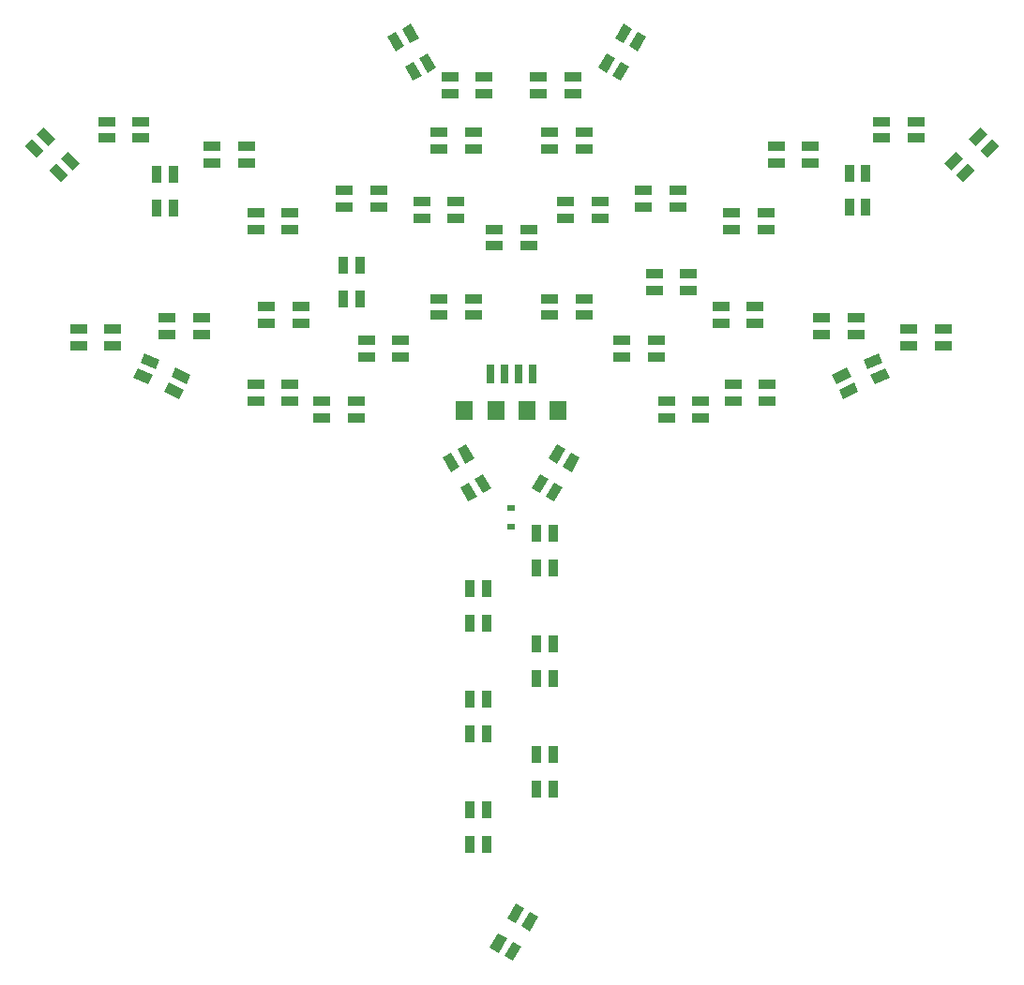
<source format=gtp>
G04 #@! TF.FileFunction,Paste,Top*
%FSLAX46Y46*%
G04 Gerber Fmt 4.6, Leading zero omitted, Abs format (unit mm)*
G04 Created by KiCad (PCBNEW 4.0.6) date Monday, May 07, 2018 'PMt' 08:57:05 PM*
%MOMM*%
%LPD*%
G01*
G04 APERTURE LIST*
%ADD10C,0.100000*%
%ADD11R,1.597660X1.800860*%
%ADD12R,0.800000X0.600000*%
%ADD13R,1.498600X0.899160*%
%ADD14R,0.899160X1.498600*%
%ADD15R,0.800000X1.800000*%
G04 APERTURE END LIST*
D10*
D11*
X151400000Y-98400000D03*
X154239720Y-98400000D03*
X145760280Y-98400000D03*
X148600000Y-98400000D03*
D12*
X150000000Y-107150000D03*
X150000000Y-108850000D03*
D13*
X114000000Y-92498600D03*
X114000000Y-91000000D03*
X110901200Y-91000000D03*
X110901200Y-92498600D03*
X169901200Y-80501400D03*
X169901200Y-82000000D03*
X173000000Y-82000000D03*
X173000000Y-80501400D03*
X173901200Y-74501400D03*
X173901200Y-76000000D03*
X177000000Y-76000000D03*
X177000000Y-74501400D03*
X168901200Y-89000000D03*
X168901200Y-90498600D03*
X172000000Y-90498600D03*
X172000000Y-89000000D03*
X153450600Y-73250700D03*
X153450600Y-74749300D03*
X156549400Y-74749300D03*
X156549400Y-73250700D03*
D10*
G36*
X192327090Y-74896878D02*
X193386760Y-73837208D01*
X194022562Y-74473010D01*
X192962892Y-75532680D01*
X192327090Y-74896878D01*
X192327090Y-74896878D01*
G37*
G36*
X191267420Y-73837208D02*
X192327090Y-72777538D01*
X192962892Y-73413340D01*
X191903222Y-74473010D01*
X191267420Y-73837208D01*
X191267420Y-73837208D01*
G37*
G36*
X189076238Y-76028390D02*
X190135908Y-74968720D01*
X190771710Y-75604522D01*
X189712040Y-76664192D01*
X189076238Y-76028390D01*
X189076238Y-76028390D01*
G37*
G36*
X190135908Y-77088060D02*
X191195578Y-76028390D01*
X191831380Y-76664192D01*
X190771710Y-77723862D01*
X190135908Y-77088060D01*
X190135908Y-77088060D01*
G37*
D13*
X183450600Y-72250700D03*
X183450600Y-73749300D03*
X186549400Y-73749300D03*
X186549400Y-72250700D03*
X154901200Y-79501400D03*
X154901200Y-81000000D03*
X158000000Y-81000000D03*
X158000000Y-79501400D03*
X161901200Y-78501400D03*
X161901200Y-80000000D03*
X165000000Y-80000000D03*
X165000000Y-78501400D03*
D14*
X182000000Y-76901200D03*
X180501400Y-76901200D03*
X180501400Y-80000000D03*
X182000000Y-80000000D03*
D10*
G36*
X159340385Y-66543047D02*
X158591085Y-67840873D01*
X157812389Y-67391293D01*
X158561689Y-66093467D01*
X159340385Y-66543047D01*
X159340385Y-66543047D01*
G37*
G36*
X160638211Y-67292347D02*
X159888911Y-68590173D01*
X159110215Y-68140593D01*
X159859515Y-66842767D01*
X160638211Y-67292347D01*
X160638211Y-67292347D01*
G37*
G36*
X162187611Y-64608707D02*
X161438311Y-65906533D01*
X160659615Y-65456953D01*
X161408915Y-64159127D01*
X162187611Y-64608707D01*
X162187611Y-64608707D01*
G37*
G36*
X160889785Y-63859407D02*
X160140485Y-65157233D01*
X159361789Y-64707653D01*
X160111089Y-63409827D01*
X160889785Y-63859407D01*
X160889785Y-63859407D01*
G37*
D13*
X152450600Y-68250700D03*
X152450600Y-69749300D03*
X155549400Y-69749300D03*
X155549400Y-68250700D03*
D14*
X153749300Y-129450600D03*
X152250700Y-129450600D03*
X152250700Y-132549400D03*
X153749300Y-132549400D03*
D13*
X164000000Y-97501400D03*
X164000000Y-99000000D03*
X167098800Y-99000000D03*
X167098800Y-97501400D03*
X163098800Y-93498600D03*
X163098800Y-92000000D03*
X160000000Y-92000000D03*
X160000000Y-93498600D03*
D14*
X153749300Y-119450600D03*
X152250700Y-119450600D03*
X152250700Y-122549400D03*
X153749300Y-122549400D03*
D13*
X181098800Y-91498600D03*
X181098800Y-90000000D03*
X178000000Y-90000000D03*
X178000000Y-91498600D03*
X156549400Y-89749300D03*
X156549400Y-88250700D03*
X153450600Y-88250700D03*
X153450600Y-89749300D03*
D14*
X153749300Y-109450600D03*
X152250700Y-109450600D03*
X152250700Y-112549400D03*
X153749300Y-112549400D03*
D13*
X189000000Y-92498600D03*
X189000000Y-91000000D03*
X185901200Y-91000000D03*
X185901200Y-92498600D03*
D10*
G36*
X150909615Y-144956953D02*
X151658915Y-143659127D01*
X152437611Y-144108707D01*
X151688311Y-145406533D01*
X150909615Y-144956953D01*
X150909615Y-144956953D01*
G37*
G36*
X149611789Y-144207653D02*
X150361089Y-142909827D01*
X151139785Y-143359407D01*
X150390485Y-144657233D01*
X149611789Y-144207653D01*
X149611789Y-144207653D01*
G37*
G36*
X148062389Y-146891293D02*
X148811689Y-145593467D01*
X149590385Y-146043047D01*
X148841085Y-147340873D01*
X148062389Y-146891293D01*
X148062389Y-146891293D01*
G37*
G36*
X149360215Y-147640593D02*
X150109515Y-146342767D01*
X150888211Y-146792347D01*
X150138911Y-148090173D01*
X149360215Y-147640593D01*
X149360215Y-147640593D01*
G37*
D13*
X170000000Y-96000000D03*
X170000000Y-97498600D03*
X173098800Y-97498600D03*
X173098800Y-96000000D03*
D10*
G36*
X154659615Y-103456953D02*
X155408915Y-102159127D01*
X156187611Y-102608707D01*
X155438311Y-103906533D01*
X154659615Y-103456953D01*
X154659615Y-103456953D01*
G37*
G36*
X153361789Y-102707653D02*
X154111089Y-101409827D01*
X154889785Y-101859407D01*
X154140485Y-103157233D01*
X153361789Y-102707653D01*
X153361789Y-102707653D01*
G37*
G36*
X151812389Y-105391293D02*
X152561689Y-104093467D01*
X153340385Y-104543047D01*
X152591085Y-105840873D01*
X151812389Y-105391293D01*
X151812389Y-105391293D01*
G37*
G36*
X153110215Y-106140593D02*
X153859515Y-104842767D01*
X154638211Y-105292347D01*
X153888911Y-106590173D01*
X153110215Y-106140593D01*
X153110215Y-106140593D01*
G37*
G36*
X180697596Y-95315798D02*
X179339403Y-95949134D01*
X178959402Y-95134218D01*
X180317595Y-94500882D01*
X180697596Y-95315798D01*
X180697596Y-95315798D01*
G37*
G36*
X181330932Y-96673991D02*
X179972739Y-97307327D01*
X179592738Y-96492411D01*
X180950931Y-95859075D01*
X181330932Y-96673991D01*
X181330932Y-96673991D01*
G37*
G36*
X184139398Y-95364382D02*
X182781205Y-95997718D01*
X182401204Y-95182802D01*
X183759397Y-94549466D01*
X184139398Y-95364382D01*
X184139398Y-95364382D01*
G37*
G36*
X183506062Y-94006189D02*
X182147869Y-94639525D01*
X181767868Y-93824609D01*
X183126061Y-93191273D01*
X183506062Y-94006189D01*
X183506062Y-94006189D01*
G37*
D13*
X134901200Y-78501400D03*
X134901200Y-80000000D03*
X138000000Y-80000000D03*
X138000000Y-78501400D03*
D14*
X134800100Y-88298700D03*
X136298700Y-88298700D03*
X136298700Y-85199900D03*
X134800100Y-85199900D03*
D13*
X151549400Y-83498600D03*
X151549400Y-82000000D03*
X148450600Y-82000000D03*
X148450600Y-83498600D03*
D14*
X118000000Y-80098800D03*
X119498600Y-80098800D03*
X119498600Y-77000000D03*
X118000000Y-77000000D03*
D13*
X141901200Y-79501400D03*
X141901200Y-81000000D03*
X145000000Y-81000000D03*
X145000000Y-79501400D03*
X143450600Y-73250700D03*
X143450600Y-74749300D03*
X146549400Y-74749300D03*
X146549400Y-73250700D03*
X116549400Y-73749300D03*
X116549400Y-72250700D03*
X113450600Y-72250700D03*
X113450600Y-73749300D03*
X144450600Y-68250700D03*
X144450600Y-69749300D03*
X147549400Y-69749300D03*
X147549400Y-68250700D03*
D10*
G36*
X108195578Y-74473010D02*
X107135908Y-73413340D01*
X107771710Y-72777538D01*
X108831380Y-73837208D01*
X108195578Y-74473010D01*
X108195578Y-74473010D01*
G37*
G36*
X107135908Y-75532680D02*
X106076238Y-74473010D01*
X106712040Y-73837208D01*
X107771710Y-74896878D01*
X107135908Y-75532680D01*
X107135908Y-75532680D01*
G37*
G36*
X109327090Y-77723862D02*
X108267420Y-76664192D01*
X108903222Y-76028390D01*
X109962892Y-77088060D01*
X109327090Y-77723862D01*
X109327090Y-77723862D01*
G37*
G36*
X110386760Y-76664192D02*
X109327090Y-75604522D01*
X109962892Y-74968720D01*
X111022562Y-76028390D01*
X110386760Y-76664192D01*
X110386760Y-76664192D01*
G37*
D13*
X126098800Y-76000000D03*
X126098800Y-74501400D03*
X123000000Y-74501400D03*
X123000000Y-76000000D03*
X126901200Y-80501400D03*
X126901200Y-82000000D03*
X130000000Y-82000000D03*
X130000000Y-80501400D03*
X146549400Y-89749300D03*
X146549400Y-88250700D03*
X143450600Y-88250700D03*
X143450600Y-89749300D03*
X136901200Y-92000000D03*
X136901200Y-93498600D03*
X140000000Y-93498600D03*
X140000000Y-92000000D03*
D14*
X146250700Y-137549400D03*
X147749300Y-137549400D03*
X147749300Y-134450600D03*
X146250700Y-134450600D03*
D13*
X131000000Y-90498600D03*
X131000000Y-89000000D03*
X127901200Y-89000000D03*
X127901200Y-90498600D03*
D10*
G36*
X146140485Y-104842767D02*
X146889785Y-106140593D01*
X146111089Y-106590173D01*
X145361789Y-105292347D01*
X146140485Y-104842767D01*
X146140485Y-104842767D01*
G37*
G36*
X147438311Y-104093467D02*
X148187611Y-105391293D01*
X147408915Y-105840873D01*
X146659615Y-104543047D01*
X147438311Y-104093467D01*
X147438311Y-104093467D01*
G37*
G36*
X145888911Y-101409827D02*
X146638211Y-102707653D01*
X145859515Y-103157233D01*
X145110215Y-101859407D01*
X145888911Y-101409827D01*
X145888911Y-101409827D01*
G37*
G36*
X144591085Y-102159127D02*
X145340385Y-103456953D01*
X144561689Y-103906533D01*
X143812389Y-102608707D01*
X144591085Y-102159127D01*
X144591085Y-102159127D01*
G37*
D13*
X126901200Y-96000000D03*
X126901200Y-97498600D03*
X130000000Y-97498600D03*
X130000000Y-96000000D03*
X136000000Y-99000000D03*
X136000000Y-97501400D03*
X132901200Y-97501400D03*
X132901200Y-99000000D03*
D10*
G36*
X117852131Y-94639525D02*
X116493938Y-94006189D01*
X116873939Y-93191273D01*
X118232132Y-93824609D01*
X117852131Y-94639525D01*
X117852131Y-94639525D01*
G37*
G36*
X117218795Y-95997718D02*
X115860602Y-95364382D01*
X116240603Y-94549466D01*
X117598796Y-95182802D01*
X117218795Y-95997718D01*
X117218795Y-95997718D01*
G37*
G36*
X120027261Y-97307327D02*
X118669068Y-96673991D01*
X119049069Y-95859075D01*
X120407262Y-96492411D01*
X120027261Y-97307327D01*
X120027261Y-97307327D01*
G37*
G36*
X120660597Y-95949134D02*
X119302404Y-95315798D01*
X119682405Y-94500882D01*
X121040598Y-95134218D01*
X120660597Y-95949134D01*
X120660597Y-95949134D01*
G37*
D14*
X146250700Y-117549400D03*
X147749300Y-117549400D03*
X147749300Y-114450600D03*
X146250700Y-114450600D03*
D13*
X118901200Y-90000000D03*
X118901200Y-91498600D03*
X122000000Y-91498600D03*
X122000000Y-90000000D03*
D14*
X146250700Y-127549400D03*
X147749300Y-127549400D03*
X147749300Y-124450600D03*
X146250700Y-124450600D03*
D10*
G36*
X141140485Y-66842767D02*
X141889785Y-68140593D01*
X141111089Y-68590173D01*
X140361789Y-67292347D01*
X141140485Y-66842767D01*
X141140485Y-66842767D01*
G37*
G36*
X142438311Y-66093467D02*
X143187611Y-67391293D01*
X142408915Y-67840873D01*
X141659615Y-66543047D01*
X142438311Y-66093467D01*
X142438311Y-66093467D01*
G37*
G36*
X140888911Y-63409827D02*
X141638211Y-64707653D01*
X140859515Y-65157233D01*
X140110215Y-63859407D01*
X140888911Y-63409827D01*
X140888911Y-63409827D01*
G37*
G36*
X139591085Y-64159127D02*
X140340385Y-65456953D01*
X139561689Y-65906533D01*
X138812389Y-64608707D01*
X139591085Y-64159127D01*
X139591085Y-64159127D01*
G37*
D13*
X162901200Y-86000000D03*
X162901200Y-87498600D03*
X166000000Y-87498600D03*
X166000000Y-86000000D03*
D15*
X151905000Y-95075000D03*
X150635000Y-95075000D03*
X149365000Y-95075000D03*
X148095000Y-95075000D03*
M02*

</source>
